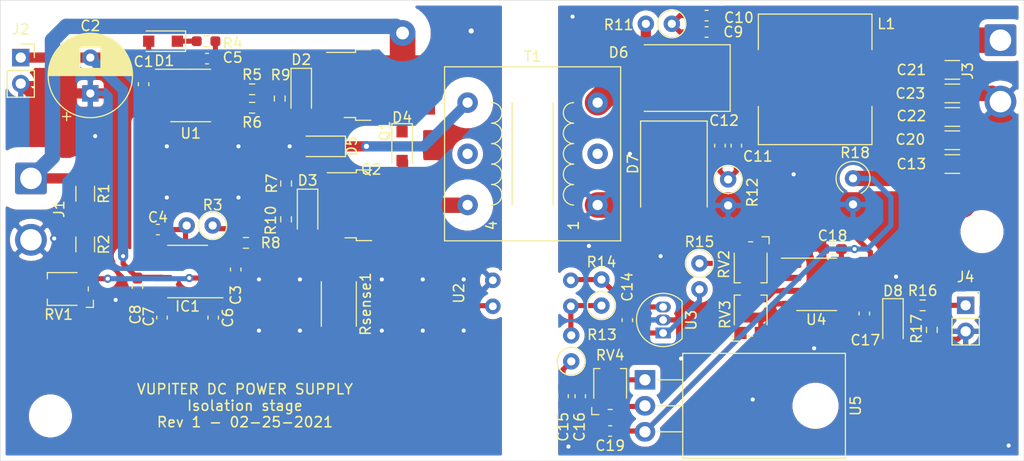
<source format=kicad_pcb>
(kicad_pcb (version 20171130) (host pcbnew 5.1.9-73d0e3b20d~88~ubuntu20.04.1)
  (layers (0 F.Cu signal) (31 B.Cu signal) (34 B.Paste user) (35 F.Paste user) (36 B.SilkS user) (37 F.SilkS user) (38 B.Mask user) (39 F.Mask user) (44 Edge.Cuts user))
  (net 0 "")
  (net 1 /gnd)
  (net 2 /vcc)
  (net 3 "Net-(C3-Pad1)")
  (net 4 "Net-(C4-Pad2)")
  (net 5 "Net-(C5-Pad2)")
  (net 6 "Net-(C5-Pad1)")
  (net 7 /FB)
  (net 8 "Net-(C7-Pad1)")
  (net 9 "Net-(C10-Pad2)")
  (net 10 "Net-(C10-Pad1)")
  (net 11 "Net-(C11-Pad1)")
  (net 12 /voutn)
  (net 13 /voutp)
  (net 14 "Net-(C14-Pad2)")
  (net 15 "Net-(C14-Pad1)")
  (net 16 "Net-(C15-Pad1)")
  (net 17 "Net-(C17-Pad2)")
  (net 18 "Net-(D1-Pad1)")
  (net 19 "Net-(D2-Pad2)")
  (net 20 "Net-(D2-Pad1)")
  (net 21 /cs)
  (net 22 "Net-(D3-Pad1)")
  (net 23 "Net-(D4-Pad2)")
  (net 24 /vin)
  (net 25 "Net-(D6-Pad2)")
  (net 26 /DRV)
  (net 27 "Net-(IC1-Pad4)")
  (net 28 /vfb)
  (net 29 "Net-(R1-Pad2)")
  (net 30 "Net-(R5-Pad1)")
  (net 31 "Net-(R7-Pad1)")
  (net 32 "Net-(R13-Pad2)")
  (net 33 "Net-(R15-Pad1)")
  (net 34 "Net-(RV1-Pad1)")
  (net 35 "Net-(RV2-Pad2)")
  (net 36 /buf_fb)
  (net 37 "Net-(RV3-Pad2)")
  (net 38 "Net-(RV4-Pad2)")
  (module MountingHole:MountingHole_3.2mm_M3 (layer F.Cu) (at 271.89 104.605)
    (fp_text reference REF** hide)
    (fp_text value MountingHole_3.2mm_M3)
    (pad 1 np_thru_hole circle (at 0 0) (size 3.2 3.2) (drill 3.2) (layers *.Cu *.Mask))
  )
  (module MountingHole:MountingHole_3.2mm_M3 (layer F.Cu) (at 180.89 122.605)
    (fp_text reference REF** hide)
    (fp_text value MountingHole_3.2mm_M3)
    (pad 1 np_thru_hole circle (at 0 0) (size 3.2 3.2) (drill 3.2) (layers *.Cu *.Mask))
  )
  (module Capacitor_SMD:C_1206_3216Metric_Pad1.33x1.80mm_HandSolder (layer F.Cu) (at 268.99 91.105)
    (fp_text reference C23 (at -4.1 0) (layer F.SilkS))
    (fp_text value 10u)
    (pad 2 smd roundrect (at 1.5625 0) (size 1.325 1.8) (layers F.Cu F.Paste F.Mask) (roundrect_rratio 0.1886784905660377) (net 12 /voutn))
    (pad 1 smd roundrect (at -1.5625 0) (size 1.325 1.8) (layers F.Cu F.Paste F.Mask) (roundrect_rratio 0.1886784905660377) (net 13 /voutp))
  )
  (module Capacitor_SMD:C_1206_3216Metric_Pad1.33x1.80mm_HandSolder (layer F.Cu) (at 268.99 93.405)
    (fp_text reference C22 (at -4 -0.1 180) (layer F.SilkS))
    (fp_text value 10u)
    (pad 2 smd roundrect (at 1.5625 0) (size 1.325 1.8) (layers F.Cu F.Paste F.Mask) (roundrect_rratio 0.1886784905660377) (net 12 /voutn))
    (pad 1 smd roundrect (at -1.5625 0) (size 1.325 1.8) (layers F.Cu F.Paste F.Mask) (roundrect_rratio 0.1886784905660377) (net 13 /voutp))
  )
  (module Capacitor_SMD:C_1206_3216Metric_Pad1.33x1.80mm_HandSolder (layer F.Cu) (at 268.99 88.805)
    (fp_text reference C21 (at -4 0) (layer F.SilkS))
    (fp_text value 10u)
    (pad 2 smd roundrect (at 1.5625 0) (size 1.325 1.8) (layers F.Cu F.Paste F.Mask) (roundrect_rratio 0.1886784905660377) (net 12 /voutn))
    (pad 1 smd roundrect (at -1.5625 0) (size 1.325 1.8) (layers F.Cu F.Paste F.Mask) (roundrect_rratio 0.1886784905660377) (net 13 /voutp))
  )
  (module Capacitor_SMD:C_1206_3216Metric_Pad1.33x1.80mm_HandSolder (layer F.Cu) (at 268.99 95.68)
    (fp_text reference C20 (at -4.1 -0.075) (layer F.SilkS))
    (fp_text value 10u)
    (pad 2 smd roundrect (at 1.5625 0) (size 1.325 1.8) (layers F.Cu F.Paste F.Mask) (roundrect_rratio 0.1886784905660377) (net 12 /voutn))
    (pad 1 smd roundrect (at -1.5625 0) (size 1.325 1.8) (layers F.Cu F.Paste F.Mask) (roundrect_rratio 0.1886784905660377) (net 13 /voutp))
  )
  (module Capacitor_SMD:C_1206_3216Metric_Pad1.33x1.80mm_HandSolder (layer F.Cu) (at 268.99 98.005)
    (fp_text reference C13 (at -4 0) (layer F.SilkS))
    (fp_text value 10u)
    (pad 2 smd roundrect (at 1.5625 0) (size 1.325 1.8) (layers F.Cu F.Paste F.Mask) (roundrect_rratio 0.1886784905660377) (net 12 /voutn))
    (pad 1 smd roundrect (at -1.5625 0) (size 1.325 1.8) (layers F.Cu F.Paste F.Mask) (roundrect_rratio 0.1886784905660377) (net 13 /voutp))
  )
  (module custom:CSV-E25-13-7-1S-6P-C (layer F.Cu) (at 227.99 97.005 270)
    (fp_text reference T1 (at -9.5 0 180) (layer F.SilkS))
    (fp_text value Transformer_1P_1S)
    (fp_text user 1 (at 7 -4 90) (layer F.SilkS))
    (fp_text user 4 (at 7 4 90) (layer F.SilkS))
    (pad 3 thru_hole circle (at 5 -6.35 270) (size 2 2) (drill 1) (layers *.Cu *.Mask) (net 12 /voutn))
    (pad 6 thru_hole circle (at 0 -6.35 270) (size 2 2) (drill 1) (layers *.Cu *.Mask))
    (pad 4 thru_hole circle (at -5 -6.35 270) (size 2 2) (drill 1) (layers *.Cu *.Mask) (net 25 "Net-(D6-Pad2)"))
    (pad 2 thru_hole circle (at 5 6.35 270) (size 2 2) (drill 1) (layers *.Cu *.Mask) (net 23 "Net-(D4-Pad2)"))
    (pad 1 thru_hole circle (at -5 6.35 270) (size 2 2) (drill 1) (layers *.Cu *.Mask) (net 19 "Net-(D2-Pad2)"))
    (pad 5 thru_hole circle (at 0 6.35 270) (size 2 2) (drill 1) (layers *.Cu *.Mask))
  )
  (module Resistor_THT:R_Axial_DIN0207_L6.3mm_D2.5mm_P2.54mm_Vertical (layer F.Cu) (at 247.09 99.505 270)
    (fp_text reference R12 (at 1.27 -2.37 90) (layer F.SilkS))
    (fp_text value 10R)
    (pad 2 thru_hole oval (at 2.54 0 270) (size 1.6 1.6) (drill 0.8) (layers *.Cu *.Mask) (net 12 /voutn))
    (pad 1 thru_hole circle (at 0 0 270) (size 1.6 1.6) (drill 0.8) (layers *.Cu *.Mask) (net 11 "Net-(C11-Pad1)"))
  )
  (module Resistor_THT:R_Axial_DIN0207_L6.3mm_D2.5mm_P2.54mm_Vertical (layer F.Cu) (at 241.59 84.305 180)
    (fp_text reference R11 (at 5.2 -0.1) (layer F.SilkS))
    (fp_text value 10R)
    (pad 2 thru_hole oval (at 2.54 0 180) (size 1.6 1.6) (drill 0.8) (layers *.Cu *.Mask) (net 25 "Net-(D6-Pad2)"))
    (pad 1 thru_hole circle (at 0 0 180) (size 1.6 1.6) (drill 0.8) (layers *.Cu *.Mask) (net 9 "Net-(C10-Pad2)"))
  )
  (module Package_TO_SOT_THT:TO-220-3_Horizontal_TabDown (layer F.Cu) (at 238.965 119.08 270)
    (fp_text reference U5 (at 2.54 -20.58 90) (layer F.SilkS))
    (fp_text value LM317_SOT-223)
    (pad 3 thru_hole oval (at 5.08 0 270) (size 1.905 2) (drill 1.1) (layers *.Cu *.Mask) (net 13 /voutp))
    (pad 2 thru_hole oval (at 2.54 0 270) (size 1.905 2) (drill 1.1) (layers *.Cu *.Mask) (net 16 "Net-(C15-Pad1)"))
    (pad 1 thru_hole rect (at 0 0 270) (size 1.905 2) (drill 1.1) (layers *.Cu *.Mask) (net 38 "Net-(RV4-Pad2)"))
    (pad "" np_thru_hole oval (at 2.54 -16.66 270) (size 3.5 3.5) (drill 3.5) (layers *.Cu *.Mask))
  )
  (module Package_SO:SOIC-8_3.9x4.9mm_P1.27mm (layer F.Cu) (at 255.74 109.755)
    (fp_text reference U4 (at -0.05 3.45) (layer F.SilkS))
    (fp_text value MC34072)
    (pad 8 smd roundrect (at 2.475 -1.905) (size 1.95 0.6) (layers F.Cu F.Paste F.Mask) (net 13 /voutp))
    (pad 7 smd roundrect (at 2.475 -0.635) (size 1.95 0.6) (layers F.Cu F.Paste F.Mask) (net 36 /buf_fb))
    (pad 6 smd roundrect (at 2.475 0.635) (size 1.95 0.6) (layers F.Cu F.Paste F.Mask) (net 36 /buf_fb))
    (pad 5 smd roundrect (at 2.475 1.905) (size 1.95 0.6) (layers F.Cu F.Paste F.Mask) (net 17 "Net-(C17-Pad2)"))
    (pad 4 smd roundrect (at -2.475 1.905) (size 1.95 0.6) (layers F.Cu F.Paste F.Mask) (net 12 /voutn))
    (pad 3 smd roundrect (at -2.475 0.635) (size 1.95 0.6) (layers F.Cu F.Paste F.Mask) (net 37 "Net-(RV3-Pad2)"))
    (pad 2 smd roundrect (at -2.475 -0.635) (size 1.95 0.6) (layers F.Cu F.Paste F.Mask) (net 35 "Net-(RV2-Pad2)"))
    (pad 1 smd roundrect (at -2.475 -1.905) (size 1.95 0.6) (layers F.Cu F.Paste F.Mask) (net 33 "Net-(R15-Pad1)"))
  )
  (module Package_TO_SOT_THT:TO-92_Inline (layer F.Cu) (at 240.74 114.505 90)
    (fp_text reference U3 (at 1.25 2.75 90) (layer F.SilkS))
    (fp_text value TL431LP)
    (pad 1 thru_hole rect (at 0 0 90) (size 1.05 1.5) (drill 0.75) (layers *.Cu *.Mask) (net 14 "Net-(C14-Pad2)"))
    (pad 3 thru_hole oval (at 2.54 0 90) (size 1.05 1.5) (drill 0.75) (layers *.Cu *.Mask) (net 15 "Net-(C14-Pad1)"))
    (pad 2 thru_hole oval (at 1.27 0 90) (size 1.05 1.5) (drill 0.75) (layers *.Cu *.Mask) (net 12 /voutn))
  )
  (module custom:ORPC-817C (layer F.Cu) (at 227.915 110.63 90)
    (fp_text reference U2 (at 0 -7.12 90) (layer F.SilkS))
    (fp_text value ORPC-817C)
    (pad 4 thru_hole circle (at -1.27 -3.81 90) (size 1.524 1.524) (drill 0.762) (layers *.Cu *.Mask) (net 7 /FB))
    (pad 3 thru_hole circle (at 1.27 -3.81 90) (size 1.524 1.524) (drill 0.762) (layers *.Cu *.Mask) (net 1 /gnd))
    (pad 2 thru_hole circle (at 1.27 3.81 90) (size 1.524 1.524) (drill 0.762) (layers *.Cu *.Mask) (net 15 "Net-(C14-Pad1)"))
    (pad 1 thru_hole circle (at -1.27 3.81 90) (size 1.524 1.524) (drill 0.762) (layers *.Cu *.Mask) (net 32 "Net-(R13-Pad2)"))
  )
  (module Package_SO:SOIC-8_3.9x4.9mm_P1.27mm (layer F.Cu) (at 194.59 91.305)
    (fp_text reference U1 (at 0 3.7) (layer F.SilkS))
    (fp_text value NCP5106)
    (pad 8 smd roundrect (at 2.475 -1.905) (size 1.95 0.6) (layers F.Cu F.Paste F.Mask) (net 6 "Net-(C5-Pad1)"))
    (pad 7 smd roundrect (at 2.475 -0.635) (size 1.95 0.6) (layers F.Cu F.Paste F.Mask) (net 30 "Net-(R5-Pad1)"))
    (pad 6 smd roundrect (at 2.475 0.635) (size 1.95 0.6) (layers F.Cu F.Paste F.Mask) (net 5 "Net-(C5-Pad2)"))
    (pad 5 smd roundrect (at 2.475 1.905) (size 1.95 0.6) (layers F.Cu F.Paste F.Mask) (net 31 "Net-(R7-Pad1)"))
    (pad 4 smd roundrect (at -2.475 1.905) (size 1.95 0.6) (layers F.Cu F.Paste F.Mask) (net 1 /gnd))
    (pad 3 smd roundrect (at -2.475 0.635) (size 1.95 0.6) (layers F.Cu F.Paste F.Mask) (net 26 /DRV))
    (pad 2 smd roundrect (at -2.475 -0.635) (size 1.95 0.6) (layers F.Cu F.Paste F.Mask) (net 26 /DRV))
    (pad 1 smd roundrect (at -2.475 -1.905) (size 1.95 0.6) (layers F.Cu F.Paste F.Mask) (net 2 /vcc))
  )
  (module Potentiometer_SMD:Potentiometer_Bourns_TC33X_Vertical (layer F.Cu) (at 235.565 119.88 90)
    (fp_text reference RV4 (at 3.2 0 180) (layer F.SilkS))
    (fp_text value 1k)
    (pad 2 smd rect (at 1.45 0 90) (size 1.5 1.6) (layers F.Cu F.Paste F.Mask) (net 38 "Net-(RV4-Pad2)"))
    (pad 3 smd rect (at -1.8 1 90) (size 1.2 1.2) (layers F.Cu F.Paste F.Mask) (net 16 "Net-(C15-Pad1)"))
    (pad 1 smd rect (at -1.8 -1 90) (size 1.2 1.2) (layers F.Cu F.Paste F.Mask) (net 12 /voutn))
  )
  (module Potentiometer_SMD:Potentiometer_Bourns_TC33X_Vertical (layer F.Cu) (at 249.29 112.705 90)
    (fp_text reference RV3 (at 0 -2.5 90) (layer F.SilkS))
    (fp_text value 2.4)
    (pad 2 smd rect (at 1.45 0 90) (size 1.5 1.6) (layers F.Cu F.Paste F.Mask) (net 37 "Net-(RV3-Pad2)"))
    (pad 3 smd rect (at -1.8 1 90) (size 1.2 1.2) (layers F.Cu F.Paste F.Mask) (net 12 /voutn))
    (pad 1 smd rect (at -1.8 -1 90) (size 1.2 1.2) (layers F.Cu F.Paste F.Mask) (net 13 /voutp))
  )
  (module Potentiometer_SMD:Potentiometer_Bourns_TC33X_Vertical (layer F.Cu) (at 249.29 107.705 270)
    (fp_text reference RV2 (at 0.1 2.6 90) (layer F.SilkS))
    (fp_text value 2.4)
    (pad 2 smd rect (at 1.45 0 270) (size 1.5 1.6) (layers F.Cu F.Paste F.Mask) (net 35 "Net-(RV2-Pad2)"))
    (pad 3 smd rect (at -1.8 1 270) (size 1.2 1.2) (layers F.Cu F.Paste F.Mask) (net 36 /buf_fb))
    (pad 1 smd rect (at -1.8 -1 270) (size 1.2 1.2) (layers F.Cu F.Paste F.Mask) (net 33 "Net-(R15-Pad1)"))
  )
  (module Potentiometer_SMD:Potentiometer_Bourns_TC33X_Vertical (layer F.Cu) (at 182.49 110.205 180)
    (fp_text reference RV1 (at 0.8 -2.5) (layer F.SilkS))
    (fp_text value 5k571)
    (pad 2 smd rect (at 1.45 0 180) (size 1.5 1.6) (layers F.Cu F.Paste F.Mask) (net 1 /gnd))
    (pad 3 smd rect (at -1.8 1 180) (size 1.2 1.2) (layers F.Cu F.Paste F.Mask) (net 3 "Net-(C3-Pad1)"))
    (pad 1 smd rect (at -1.8 -1 180) (size 1.2 1.2) (layers F.Cu F.Paste F.Mask) (net 34 "Net-(RV1-Pad1)"))
  )
  (module Resistor_SMD:R_2512_6332Metric_Pad1.40x3.35mm_HandSolder (layer F.Cu) (at 209.06 111.675 270)
    (fp_text reference Rsense1 (at 0 -2.62 90) (layer F.SilkS))
    (fp_text value "0.51 1W")
    (pad 2 smd roundrect (at 3.05 0 270) (size 1.4 3.35) (layers F.Cu F.Paste F.Mask) (roundrect_rratio 0.1785707142857143) (net 1 /gnd))
    (pad 1 smd roundrect (at -3.05 0 270) (size 1.4 3.35) (layers F.Cu F.Paste F.Mask) (roundrect_rratio 0.1785707142857143) (net 21 /cs))
  )
  (module Resistor_THT:R_Axial_DIN0309_L9.0mm_D3.2mm_P2.54mm_Vertical (layer F.Cu) (at 259.29 99.405 270)
    (fp_text reference R18 (at -2.5 -0.2 180) (layer F.SilkS))
    (fp_text value 15k)
    (pad 1 thru_hole circle (at 0 0 270) (size 1.6 1.6) (drill 0.8) (layers *.Cu *.Mask) (net 13 /voutp))
    (pad 2 thru_hole oval (at 2.54 0 270) (size 1.6 1.6) (drill 0.8) (layers *.Cu *.Mask) (net 12 /voutn))
  )
  (module Resistor_SMD:R_0603_1608Metric_Pad0.98x0.95mm_HandSolder (layer F.Cu) (at 266.99 114.205 90)
    (fp_text reference R17 (at 0.1 -1.5 90) (layer F.SilkS))
    (fp_text value 39k)
    (pad 2 smd roundrect (at 0.9125 0 90) (size 0.975 0.95) (layers F.Cu F.Paste F.Mask) (net 28 /vfb))
    (pad 1 smd roundrect (at -0.9125 0 90) (size 0.975 0.95) (layers F.Cu F.Paste F.Mask) (net 12 /voutn))
  )
  (module Resistor_SMD:R_0603_1608Metric_Pad0.98x0.95mm_HandSolder (layer F.Cu) (at 266.09 111.805)
    (fp_text reference R16 (at 0 -1.43) (layer F.SilkS))
    (fp_text value 39k)
    (pad 2 smd roundrect (at 0.9125 0) (size 0.975 0.95) (layers F.Cu F.Paste F.Mask) (net 28 /vfb))
    (pad 1 smd roundrect (at -0.9125 0) (size 0.975 0.95) (layers F.Cu F.Paste F.Mask) (net 17 "Net-(C17-Pad2)"))
  )
  (module Resistor_THT:R_Axial_DIN0207_L6.3mm_D2.5mm_P2.54mm_Vertical (layer F.Cu) (at 244.29 107.705 270)
    (fp_text reference R15 (at -2.1 0 180) (layer F.SilkS))
    (fp_text value 1k)
    (pad 2 thru_hole oval (at 2.54 0 270) (size 1.6 1.6) (drill 0.8) (layers *.Cu *.Mask) (net 14 "Net-(C14-Pad2)"))
    (pad 1 thru_hole circle (at 0 0 270) (size 1.6 1.6) (drill 0.8) (layers *.Cu *.Mask) (net 33 "Net-(R15-Pad1)"))
  )
  (module Resistor_THT:R_Axial_DIN0207_L6.3mm_D2.5mm_P2.54mm_Vertical (layer F.Cu) (at 234.715 111.83 90)
    (fp_text reference R14 (at 4.25 0 180) (layer F.SilkS))
    (fp_text value 1k)
    (pad 2 thru_hole oval (at 2.54 0 90) (size 1.6 1.6) (drill 0.8) (layers *.Cu *.Mask) (net 15 "Net-(C14-Pad1)"))
    (pad 1 thru_hole circle (at 0 0 90) (size 1.6 1.6) (drill 0.8) (layers *.Cu *.Mask) (net 32 "Net-(R13-Pad2)"))
  )
  (module Resistor_THT:R_Axial_DIN0207_L6.3mm_D2.5mm_P2.54mm_Vertical (layer F.Cu) (at 231.765 117.28 90)
    (fp_text reference R13 (at 2.6 3 180) (layer F.SilkS))
    (fp_text value 100)
    (pad 2 thru_hole oval (at 2.54 0 90) (size 1.6 1.6) (drill 0.8) (layers *.Cu *.Mask) (net 32 "Net-(R13-Pad2)"))
    (pad 1 thru_hole circle (at 0 0 90) (size 1.6 1.6) (drill 0.8) (layers *.Cu *.Mask) (net 16 "Net-(C15-Pad1)"))
  )
  (module Resistor_SMD:R_0603_1608Metric_Pad0.98x0.95mm_HandSolder (layer F.Cu) (at 203.91 103.405 270)
    (fp_text reference R10 (at 0.1 1.5 270) (layer F.SilkS))
    (fp_text value 39k)
    (pad 2 smd roundrect (at 0.9125 0 270) (size 0.975 0.95) (layers F.Cu F.Paste F.Mask) (net 21 /cs))
    (pad 1 smd roundrect (at -0.9125 0 270) (size 0.975 0.95) (layers F.Cu F.Paste F.Mask) (net 22 "Net-(D3-Pad1)"))
  )
  (module Resistor_SMD:R_0603_1608Metric_Pad0.98x0.95mm_HandSolder (layer F.Cu) (at 203.29 91.605 270)
    (fp_text reference R9 (at -2.3 -0.0875 180) (layer F.SilkS))
    (fp_text value 39k)
    (pad 2 smd roundrect (at 0.9125 0 270) (size 0.975 0.95) (layers F.Cu F.Paste F.Mask) (net 19 "Net-(D2-Pad2)") (clearance 0.1))
    (pad 1 smd roundrect (at -0.9125 0 270) (size 0.975 0.95) (layers F.Cu F.Paste F.Mask) (net 20 "Net-(D2-Pad1)"))
  )
  (module Resistor_SMD:R_0603_1608Metric_Pad0.98x0.95mm_HandSolder (layer F.Cu) (at 199.99 105.705)
    (fp_text reference R8 (at 2.4125 0) (layer F.SilkS))
    (fp_text value 16.9k)
    (pad 2 smd roundrect (at 0.9125 0) (size 0.975 0.95) (layers F.Cu F.Paste F.Mask) (net 1 /gnd))
    (pad 1 smd roundrect (at -0.9125 0) (size 0.975 0.95) (layers F.Cu F.Paste F.Mask) (net 27 "Net-(IC1-Pad4)"))
  )
  (module Resistor_SMD:R_0603_1608Metric_Pad0.98x0.95mm_HandSolder (layer F.Cu) (at 203.91 99.905 270)
    (fp_text reference R7 (at 0 1.4 90) (layer F.SilkS))
    (fp_text value 10)
    (pad 2 smd roundrect (at 0.9125 0 270) (size 0.975 0.95) (layers F.Cu F.Paste F.Mask) (net 22 "Net-(D3-Pad1)"))
    (pad 1 smd roundrect (at -0.9125 0 270) (size 0.975 0.95) (layers F.Cu F.Paste F.Mask) (net 31 "Net-(R7-Pad1)"))
  )
  (module Resistor_SMD:R_0603_1608Metric_Pad0.98x0.95mm_HandSolder (layer F.Cu) (at 200.59 92.505 180)
    (fp_text reference R6 (at 0 -1.43) (layer F.SilkS))
    (fp_text value 10)
    (pad 2 smd roundrect (at 0.9125 0 180) (size 0.975 0.95) (layers F.Cu F.Paste F.Mask) (net 5 "Net-(C5-Pad2)"))
    (pad 1 smd roundrect (at -0.9125 0 180) (size 0.975 0.95) (layers F.Cu F.Paste F.Mask) (net 19 "Net-(D2-Pad2)"))
  )
  (module Resistor_SMD:R_0603_1608Metric_Pad0.98x0.95mm_HandSolder (layer F.Cu) (at 200.59 90.705)
    (fp_text reference R5 (at 0 -1.43) (layer F.SilkS))
    (fp_text value 10)
    (pad 2 smd roundrect (at 0.9125 0) (size 0.975 0.95) (layers F.Cu F.Paste F.Mask) (net 20 "Net-(D2-Pad1)"))
    (pad 1 smd roundrect (at -0.9125 0) (size 0.975 0.95) (layers F.Cu F.Paste F.Mask) (net 30 "Net-(R5-Pad1)"))
  )
  (module Resistor_SMD:R_0603_1608Metric_Pad0.98x0.95mm_HandSolder (layer F.Cu) (at 196.09 86.005 180)
    (fp_text reference R4 (at -2.6 -0.2) (layer F.SilkS))
    (fp_text value 10)
    (pad 2 smd roundrect (at 0.9125 0 180) (size 0.975 0.95) (layers F.Cu F.Paste F.Mask) (net 18 "Net-(D1-Pad1)"))
    (pad 1 smd roundrect (at -0.9125 0 180) (size 0.975 0.95) (layers F.Cu F.Paste F.Mask) (net 6 "Net-(C5-Pad1)"))
  )
  (module Resistor_THT:R_Axial_DIN0207_L6.3mm_D2.5mm_P2.54mm_Vertical (layer F.Cu) (at 196.74 104.005 180)
    (fp_text reference R3 (at 0 2) (layer F.SilkS))
    (fp_text value 1k)
    (pad 2 thru_hole oval (at 2.54 0 180) (size 1.6 1.6) (drill 0.8) (layers *.Cu *.Mask) (net 4 "Net-(C4-Pad2)"))
    (pad 1 thru_hole circle (at 0 0 180) (size 1.6 1.6) (drill 0.8) (layers *.Cu *.Mask) (net 21 /cs))
  )
  (module Resistor_SMD:R_1206_3216Metric_Pad1.30x1.75mm_HandSolder (layer F.Cu) (at 184.29 105.855 270)
    (fp_text reference R2 (at 0 -1.82 90) (layer F.SilkS))
    (fp_text value 1Meg)
    (pad 2 smd roundrect (at 1.55 0 270) (size 1.3 1.75) (layers F.Cu F.Paste F.Mask) (roundrect_rratio 0.1923076923076923) (net 3 "Net-(C3-Pad1)"))
    (pad 1 smd roundrect (at -1.55 0 270) (size 1.3 1.75) (layers F.Cu F.Paste F.Mask) (roundrect_rratio 0.1923076923076923) (net 29 "Net-(R1-Pad2)"))
  )
  (module Resistor_SMD:R_1206_3216Metric_Pad1.30x1.75mm_HandSolder (layer F.Cu) (at 184.29 100.905 270)
    (fp_text reference R1 (at 0 -1.82 90) (layer F.SilkS))
    (fp_text value 1Meg)
    (pad 2 smd roundrect (at 1.55 0 270) (size 1.3 1.75) (layers F.Cu F.Paste F.Mask) (roundrect_rratio 0.1923076923076923) (net 29 "Net-(R1-Pad2)"))
    (pad 1 smd roundrect (at -1.55 0 270) (size 1.3 1.75) (layers F.Cu F.Paste F.Mask) (roundrect_rratio 0.1923076923076923) (net 24 /vin))
  )
  (module Package_TO_SOT_SMD:TO-252-2 (layer F.Cu) (at 213.235 102.03)
    (fp_text reference Q2 (at -1 -3.5) (layer F.SilkS))
    (fp_text value TSD5N50MR)
    (pad 2 smd rect (at 2.1 0) (size 6.4 5.8) (layers F.Cu F.Mask) (net 23 "Net-(D4-Pad2)"))
    (pad 3 smd rect (at -4.2 2.28) (size 2.2 1.2) (layers F.Cu F.Paste F.Mask) (net 21 /cs))
    (pad 1 smd rect (at -4.2 -2.28) (size 2.2 1.2) (layers F.Cu F.Paste F.Mask) (net 22 "Net-(D3-Pad1)"))
  )
  (module Package_TO_SOT_SMD:TO-252-2 (layer F.Cu) (at 213.165 90.28)
    (fp_text reference Q1 (at 0.4 4.5 270) (layer F.SilkS))
    (fp_text value TSD5N50MR)
    (pad 2 smd rect (at 2.1 0) (size 6.4 5.8) (layers F.Cu F.Mask) (net 24 /vin))
    (pad 3 smd rect (at -4.2 2.28) (size 2.2 1.2) (layers F.Cu F.Paste F.Mask) (net 19 "Net-(D2-Pad2)"))
    (pad 1 smd rect (at -4.2 -2.28) (size 2.2 1.2) (layers F.Cu F.Paste F.Mask) (net 20 "Net-(D2-Pad1)"))
  )
  (module custom:TMPC1265HP-470MG-D (layer F.Cu) (at 255.59 89.605 180)
    (fp_text reference L1 (at -6.95 5.3) (layer F.SilkS))
    (fp_text value 47u)
    (pad 2 smd rect (at 5.55 0 180) (size 3.1 5) (layers F.Cu F.Paste F.Mask) (net 10 "Net-(C10-Pad1)"))
    (pad 1 smd rect (at -5.55 0 180) (size 3.1 5) (layers F.Cu F.Paste F.Mask) (net 13 /voutp))
  )
  (module Connector_PinSocket_2.54mm:PinSocket_1x02_P2.54mm_Vertical (layer F.Cu) (at 270.29 111.805)
    (fp_text reference J4 (at 0 -2.77) (layer F.SilkS))
    (fp_text value Conn_01x02)
    (pad 2 thru_hole oval (at 0 2.54) (size 1.7 1.7) (drill 1) (layers *.Cu *.Mask) (net 12 /voutn))
    (pad 1 thru_hole rect (at 0 0) (size 1.7 1.7) (drill 1) (layers *.Cu *.Mask) (net 28 /vfb))
  )
  (module Connector_Wire:SolderWire-1.5sqmm_1x02_P6mm_D1.7mm_OD3mm (layer F.Cu) (at 273.69 85.905 270)
    (fp_text reference J3 (at 3 3.2 270) (layer F.SilkS))
    (fp_text value Conn_01x02)
    (pad 2 thru_hole circle (at 6 0 270) (size 3.1 3.1) (drill 2.1) (layers *.Cu *.Mask) (net 12 /voutn))
    (pad 1 thru_hole roundrect (at 0 0 270) (size 3.1 3.1) (drill 2.1) (layers *.Cu *.Mask) (roundrect_rratio 0.08064483870967742) (net 13 /voutp))
  )
  (module Connector_PinSocket_2.54mm:PinSocket_1x02_P2.54mm_Vertical (layer F.Cu) (at 177.99 87.605)
    (fp_text reference J2 (at 0 -2.77) (layer F.SilkS))
    (fp_text value Conn_01x02)
    (pad 2 thru_hole oval (at 0 2.54) (size 1.7 1.7) (drill 1) (layers *.Cu *.Mask) (net 1 /gnd))
    (pad 1 thru_hole rect (at 0 0) (size 1.7 1.7) (drill 1) (layers *.Cu *.Mask) (net 2 /vcc))
  )
  (module Connector_Wire:SolderWire-1.5sqmm_1x02_P6mm_D1.7mm_OD3mm (layer F.Cu) (at 178.99 99.405 270)
    (fp_text reference J1 (at 3 -2.75 90) (layer F.SilkS))
    (fp_text value Conn_01x02)
    (pad 2 thru_hole circle (at 6 0 270) (size 3.1 3.1) (drill 2.1) (layers *.Cu *.Mask) (net 1 /gnd))
    (pad 1 thru_hole roundrect (at 0 0 270) (size 3.1 3.1) (drill 2.1) (layers *.Cu *.Mask) (roundrect_rratio 0.08064483870967742) (net 24 /vin))
  )
  (module Package_SO:SOIC-8_3.9x4.9mm_P1.27mm (layer F.Cu) (at 194.29 108.505 180)
    (fp_text reference IC1 (at 0 -3.4) (layer F.SilkS))
    (fp_text value NCP1252ADR2G)
    (pad 8 smd roundrect (at 2.475 -1.905 180) (size 1.95 0.6) (layers F.Cu F.Paste F.Mask) (net 8 "Net-(C7-Pad1)"))
    (pad 7 smd roundrect (at 2.475 -0.635 180) (size 1.95 0.6) (layers F.Cu F.Paste F.Mask) (net 2 /vcc))
    (pad 6 smd roundrect (at 2.475 0.635 180) (size 1.95 0.6) (layers F.Cu F.Paste F.Mask) (net 26 /DRV))
    (pad 5 smd roundrect (at 2.475 1.905 180) (size 1.95 0.6) (layers F.Cu F.Paste F.Mask) (net 1 /gnd))
    (pad 4 smd roundrect (at -2.475 1.905 180) (size 1.95 0.6) (layers F.Cu F.Paste F.Mask) (net 27 "Net-(IC1-Pad4)"))
    (pad 3 smd roundrect (at -2.475 0.635 180) (size 1.95 0.6) (layers F.Cu F.Paste F.Mask) (net 4 "Net-(C4-Pad2)"))
    (pad 2 smd roundrect (at -2.475 -0.635 180) (size 1.95 0.6) (layers F.Cu F.Paste F.Mask) (net 3 "Net-(C3-Pad1)"))
    (pad 1 smd roundrect (at -2.475 -1.905 180) (size 1.95 0.6) (layers F.Cu F.Paste F.Mask) (net 7 /FB))
  )
  (module Diode_SMD:D_SOD-123 (layer F.Cu) (at 263.19 113.405 270)
    (fp_text reference D8 (at -3 0 180) (layer F.SilkS))
    (fp_text value 30v)
    (pad 2 smd rect (at 1.65 0 270) (size 0.9 1.2) (layers F.Cu F.Paste F.Mask) (net 12 /voutn))
    (pad 1 smd rect (at -1.65 0 270) (size 0.9 1.2) (layers F.Cu F.Paste F.Mask) (net 17 "Net-(C17-Pad2)"))
  )
  (module Diode_SMD:D_SMC (layer F.Cu) (at 241.79 98.605 270)
    (fp_text reference D7 (at -0.6 4 90) (layer F.SilkS))
    (fp_text value D)
    (pad 2 smd rect (at 3.4 0) (size 3.3 2.5) (layers F.Cu F.Paste F.Mask) (net 12 /voutn))
    (pad 1 smd rect (at -3.4 0) (size 3.3 2.5) (layers F.Cu F.Paste F.Mask) (net 10 "Net-(C10-Pad1)"))
  )
  (module Diode_SMD:D_SMC (layer F.Cu) (at 242.49 89.605 180)
    (fp_text reference D6 (at 6.1 2.5) (layer F.SilkS))
    (fp_text value D)
    (pad 2 smd rect (at 3.4 0 270) (size 3.3 2.5) (layers F.Cu F.Paste F.Mask) (net 25 "Net-(D6-Pad2)"))
    (pad 1 smd rect (at -3.4 0 270) (size 3.3 2.5) (layers F.Cu F.Paste F.Mask) (net 10 "Net-(C10-Pad1)"))
  )
  (module Diode_SMD:D_SOD-123F (layer F.Cu) (at 207.51 96.275 180)
    (fp_text reference D5 (at -2.8 0 270) (layer F.SilkS))
    (fp_text value 1N4007W)
    (pad 2 smd rect (at 1.4 0 180) (size 1.1 1.1) (layers F.Cu F.Paste F.Mask) (net 1 /gnd))
    (pad 1 smd rect (at -1.4 0 180) (size 1.1 1.1) (layers F.Cu F.Paste F.Mask) (net 19 "Net-(D2-Pad2)"))
  )
  (module Diode_SMD:D_SOD-123F (layer F.Cu) (at 215.24 96.255 270)
    (fp_text reference D4 (at -2.8 0 180) (layer F.SilkS))
    (fp_text value 1N4007W)
    (pad 2 smd rect (at 1.4 0 270) (size 1.1 1.1) (layers F.Cu F.Paste F.Mask) (net 23 "Net-(D4-Pad2)"))
    (pad 1 smd rect (at -1.4 0 270) (size 1.1 1.1) (layers F.Cu F.Paste F.Mask) (net 24 /vin))
  )
  (module Diode_SMD:D_SOD-123 (layer F.Cu) (at 206.01 102.705 270)
    (fp_text reference D3 (at -3.1 0 180) (layer F.SilkS))
    (fp_text value 20v)
    (pad 2 smd rect (at 1.65 0 270) (size 0.9 1.2) (layers F.Cu F.Paste F.Mask) (net 21 /cs))
    (pad 1 smd rect (at -1.65 0 270) (size 0.9 1.2) (layers F.Cu F.Paste F.Mask) (net 22 "Net-(D3-Pad1)"))
  )
  (module Diode_SMD:D_SOD-123 (layer F.Cu) (at 205.39 90.905 270)
    (fp_text reference D2 (at -3.1 0 180) (layer F.SilkS))
    (fp_text value 20v)
    (pad 2 smd rect (at 1.65 0 270) (size 0.9 1.2) (layers F.Cu F.Paste F.Mask) (net 19 "Net-(D2-Pad2)"))
    (pad 1 smd rect (at -1.65 0 270) (size 0.9 1.2) (layers F.Cu F.Paste F.Mask) (net 20 "Net-(D2-Pad1)"))
  )
  (module Diode_SMD:D_SOD-123F (layer F.Cu) (at 191.89 86.005 180)
    (fp_text reference D1 (at -0.127 -1.905) (layer F.SilkS))
    (fp_text value 1N4007W)
    (pad 2 smd rect (at 1.4 0 180) (size 1.1 1.1) (layers F.Cu F.Paste F.Mask) (net 2 /vcc))
    (pad 1 smd rect (at -1.4 0 180) (size 1.1 1.1) (layers F.Cu F.Paste F.Mask) (net 18 "Net-(D1-Pad1)"))
  )
  (module Capacitor_SMD:C_0603_1608Metric_Pad1.08x0.95mm_HandSolder (layer F.Cu) (at 235.565 124.08 180)
    (fp_text reference C19 (at 0 -1.43) (layer F.SilkS))
    (fp_text value 100n)
    (pad 2 smd roundrect (at 0.8625 0 180) (size 1.075 0.95) (layers F.Cu F.Paste F.Mask) (net 12 /voutn))
    (pad 1 smd roundrect (at -0.8625 0 180) (size 1.075 0.95) (layers F.Cu F.Paste F.Mask) (net 13 /voutp))
  )
  (module Capacitor_SMD:C_0603_1608Metric_Pad1.08x0.95mm_HandSolder (layer F.Cu) (at 257.29 106.305 180)
    (fp_text reference C18 (at 0 1.3) (layer F.SilkS))
    (fp_text value 100n)
    (pad 2 smd roundrect (at 0.8625 0 180) (size 1.075 0.95) (layers F.Cu F.Paste F.Mask) (net 12 /voutn))
    (pad 1 smd roundrect (at -0.8625 0 180) (size 1.075 0.95) (layers F.Cu F.Paste F.Mask) (net 13 /voutp))
  )
  (module Capacitor_SMD:C_0603_1608Metric_Pad1.08x0.95mm_HandSolder (layer F.Cu) (at 260.39 112.605 90)
    (fp_text reference C17 (at -2.6 0.1 180) (layer F.SilkS))
    (fp_text value 100n)
    (pad 2 smd roundrect (at 0.8625 0 90) (size 1.075 0.95) (layers F.Cu F.Paste F.Mask) (net 17 "Net-(C17-Pad2)"))
    (pad 1 smd roundrect (at -0.8625 0 90) (size 1.075 0.95) (layers F.Cu F.Paste F.Mask) (net 12 /voutn))
  )
  (module Capacitor_SMD:C_0603_1608Metric_Pad1.08x0.95mm_HandSolder (layer F.Cu) (at 232.645 120.68 270)
    (fp_text reference C16 (at 3 0.08 90) (layer F.SilkS))
    (fp_text value 470n)
    (pad 2 smd roundrect (at 0.8625 0 270) (size 1.075 0.95) (layers F.Cu F.Paste F.Mask) (net 12 /voutn))
    (pad 1 smd roundrect (at -0.8625 0 270) (size 1.075 0.95) (layers F.Cu F.Paste F.Mask) (net 16 "Net-(C15-Pad1)"))
  )
  (module Capacitor_SMD:C_0603_1608Metric_Pad1.08x0.95mm_HandSolder (layer F.Cu) (at 230.965 120.68 270)
    (fp_text reference C15 (at 3 0 90) (layer F.SilkS))
    (fp_text value 470n)
    (pad 2 smd roundrect (at 0.8625 0 270) (size 1.075 0.95) (layers F.Cu F.Paste F.Mask) (net 12 /voutn))
    (pad 1 smd roundrect (at -0.8625 0 270) (size 1.075 0.95) (layers F.Cu F.Paste F.Mask) (net 16 "Net-(C15-Pad1)"))
  )
  (module Capacitor_SMD:C_0603_1608Metric_Pad1.08x0.95mm_HandSolder (layer F.Cu) (at 237.24 113.255 270)
    (fp_text reference C14 (at -3.25 0 90) (layer F.SilkS))
    (fp_text value 100n)
    (pad 2 smd roundrect (at 0.8625 0 270) (size 1.075 0.95) (layers F.Cu F.Paste F.Mask) (net 14 "Net-(C14-Pad2)"))
    (pad 1 smd roundrect (at -0.8625 0 270) (size 1.075 0.95) (layers F.Cu F.Paste F.Mask) (net 15 "Net-(C14-Pad1)"))
  )
  (module Capacitor_SMD:C_0603_1608Metric_Pad1.08x0.95mm_HandSolder (layer F.Cu) (at 246.29 96.205 90)
    (fp_text reference C12 (at 2.45 0.4 180) (layer F.SilkS))
    (fp_text value 1n)
    (pad 2 smd roundrect (at 0.8625 0 90) (size 1.075 0.95) (layers F.Cu F.Paste F.Mask) (net 10 "Net-(C10-Pad1)"))
    (pad 1 smd roundrect (at -0.8625 0 90) (size 1.075 0.95) (layers F.Cu F.Paste F.Mask) (net 11 "Net-(C11-Pad1)"))
  )
  (module Capacitor_SMD:C_0603_1608Metric_Pad1.08x0.95mm_HandSolder (layer F.Cu) (at 247.89 96.205 90)
    (fp_text reference C11 (at -1.05 2.1 180) (layer F.SilkS))
    (fp_text value 1n)
    (pad 2 smd roundrect (at 0.8625 0 90) (size 1.075 0.95) (layers F.Cu F.Paste F.Mask) (net 10 "Net-(C10-Pad1)"))
    (pad 1 smd roundrect (at -0.8625 0 90) (size 1.075 0.95) (layers F.Cu F.Paste F.Mask) (net 11 "Net-(C11-Pad1)"))
  )
  (module Capacitor_SMD:C_0603_1608Metric_Pad1.08x0.95mm_HandSolder (layer F.Cu) (at 244.99 83.505 180)
    (fp_text reference C10 (at -3.15 -0.2) (layer F.SilkS))
    (fp_text value 1n)
    (pad 2 smd roundrect (at 0.8625 0 180) (size 1.075 0.95) (layers F.Cu F.Paste F.Mask) (net 9 "Net-(C10-Pad2)"))
    (pad 1 smd roundrect (at -0.8625 0 180) (size 1.075 0.95) (layers F.Cu F.Paste F.Mask) (net 10 "Net-(C10-Pad1)"))
  )
  (module Capacitor_SMD:C_0603_1608Metric_Pad1.08x0.95mm_HandSolder (layer F.Cu) (at 244.99 85.105 180)
    (fp_text reference C9 (at -2.6 0) (layer F.SilkS))
    (fp_text value 1n)
    (pad 2 smd roundrect (at 0.8625 0 180) (size 1.075 0.95) (layers F.Cu F.Paste F.Mask) (net 9 "Net-(C10-Pad2)"))
    (pad 1 smd roundrect (at -0.8625 0 180) (size 1.075 0.95) (layers F.Cu F.Paste F.Mask) (net 10 "Net-(C10-Pad1)"))
  )
  (module Capacitor_SMD:C_0603_1608Metric_Pad1.08x0.95mm_HandSolder (layer F.Cu) (at 189.39 110.005 90)
    (fp_text reference C8 (at -2.7 -0.2 270) (layer F.SilkS))
    (fp_text value 100n)
    (pad 2 smd roundrect (at 0.8625 0 90) (size 1.075 0.95) (layers F.Cu F.Paste F.Mask) (net 2 /vcc))
    (pad 1 smd roundrect (at -0.8625 0 90) (size 1.075 0.95) (layers F.Cu F.Paste F.Mask) (net 1 /gnd))
  )
  (module Capacitor_SMD:C_0603_1608Metric_Pad1.08x0.95mm_HandSolder (layer F.Cu) (at 191.79 113.005 270)
    (fp_text reference C7 (at -0.1 1.3 90) (layer F.SilkS))
    (fp_text value 100n)
    (pad 2 smd roundrect (at 0.8625 0 270) (size 1.075 0.95) (layers F.Cu F.Paste F.Mask) (net 1 /gnd))
    (pad 1 smd roundrect (at -0.8625 0 270) (size 1.075 0.95) (layers F.Cu F.Paste F.Mask) (net 8 "Net-(C7-Pad1)"))
  )
  (module Capacitor_SMD:C_0603_1608Metric_Pad1.08x0.95mm_HandSolder (layer F.Cu) (at 196.79 113.005 270)
    (fp_text reference C6 (at 0 -1.43 90) (layer F.SilkS))
    (fp_text value 1n)
    (pad 2 smd roundrect (at 0.8625 0 270) (size 1.075 0.95) (layers F.Cu F.Paste F.Mask) (net 1 /gnd))
    (pad 1 smd roundrect (at -0.8625 0 270) (size 1.075 0.95) (layers F.Cu F.Paste F.Mask) (net 7 /FB))
  )
  (module Capacitor_SMD:C_0603_1608Metric_Pad1.08x0.95mm_HandSolder (layer F.Cu) (at 196.19 87.705 180)
    (fp_text reference C5 (at -2.5 0.1) (layer F.SilkS))
    (fp_text value 100n)
    (pad 2 smd roundrect (at 0.8625 0 180) (size 1.075 0.95) (layers F.Cu F.Paste F.Mask) (net 5 "Net-(C5-Pad2)"))
    (pad 1 smd roundrect (at -0.8625 0 180) (size 1.075 0.95) (layers F.Cu F.Paste F.Mask) (net 6 "Net-(C5-Pad1)"))
  )
  (module Capacitor_SMD:C_0603_1608Metric_Pad1.08x0.95mm_HandSolder (layer F.Cu) (at 191.39 104.405)
    (fp_text reference C4 (at 0 -1.2) (layer F.SilkS))
    (fp_text value 47n)
    (pad 2 smd roundrect (at 0.8625 0) (size 1.075 0.95) (layers F.Cu F.Paste F.Mask) (net 4 "Net-(C4-Pad2)"))
    (pad 1 smd roundrect (at -0.8625 0) (size 1.075 0.95) (layers F.Cu F.Paste F.Mask) (net 1 /gnd))
  )
  (module Capacitor_SMD:C_0603_1608Metric_Pad1.08x0.95mm_HandSolder (layer F.Cu) (at 198.99 108.305 90)
    (fp_text reference C3 (at -2.5 0 90) (layer F.SilkS))
    (fp_text value 1n)
    (pad 2 smd roundrect (at 0.8625 0 90) (size 1.075 0.95) (layers F.Cu F.Paste F.Mask) (net 1 /gnd))
    (pad 1 smd roundrect (at -0.8625 0 90) (size 1.075 0.95) (layers F.Cu F.Paste F.Mask) (net 3 "Net-(C3-Pad1)"))
  )
  (module Capacitor_THT:CP_Radial_D8.0mm_P3.50mm (layer F.Cu) (at 184.79 91.105 90)
    (fp_text reference C2 (at 6.6 0 180) (layer F.SilkS))
    (fp_text value 4.7u)
    (pad 2 thru_hole circle (at 3.5 0 90) (size 1.6 1.6) (drill 0.8) (layers *.Cu *.Mask) (net 2 /vcc))
    (pad 1 thru_hole rect (at 0 0 90) (size 1.6 1.6) (drill 0.8) (layers *.Cu *.Mask) (net 1 /gnd))
  )
  (module Capacitor_SMD:C_0603_1608Metric_Pad1.08x0.95mm_HandSolder (layer F.Cu) (at 189.99 90.205 270)
    (fp_text reference C1 (at -2.2 0 180) (layer F.SilkS))
    (fp_text value 100n)
    (pad 2 smd roundrect (at 0.8625 0 270) (size 1.075 0.95) (layers F.Cu F.Paste F.Mask) (net 1 /gnd))
    (pad 1 smd roundrect (at -0.8625 0 270) (size 1.075 0.95) (layers F.Cu F.Paste F.Mask) (net 2 /vcc))
  )
  (gr_text "VUPITER DC POWER SUPPLY\nIsolation stage\nRev 1 - 02-25-2021" (at 199.89 121.605) (layer F.SilkS) (effects (font (size 1 1))))
  (gr_line (start 175.99 82.005) (end 175.99 127.005) (layer Edge.Cuts) (width 0.05))
  (gr_line (start 275.99 82.005) (end 175.99 82.005) (layer Edge.Cuts) (width 0.05))
  (gr_line (start 275.99 127.005) (end 275.99 82.005) (layer Edge.Cuts) (width 0.05))
  (gr_line (start 175.99 127.005) (end 275.99 127.005) (layer Edge.Cuts) (width 0.05))
  (segment (start 190.5275 105.3125) (end 191.815 106.6) (width 0.5) (layer F.Cu) (net 1))
  (segment (start 190.5275 104.405) (end 190.5275 105.3125) (width 0.5) (layer F.Cu) (net 1))
  (segment (start 178.95 91.105) (end 177.99 90.145) (width 1) (layer F.Cu) (net 1))
  (segment (start 184.79 91.105) (end 178.95 91.105) (width 1) (layer F.Cu) (net 1))
  (segment (start 189.9525 91.105) (end 189.99 91.0675) (width 1) (layer F.Cu) (net 1))
  (segment (start 184.79 91.105) (end 189.9525 91.105) (width 1) (layer F.Cu) (net 1))
  (via (at 204.26 96.275) (size 0.8) (drill 0.4) (layers F.Cu B.Cu) (net 1))
  (via (at 199.26 96.275) (size 0.8) (drill 0.4) (layers F.Cu B.Cu) (net 1))
  (via (at 192.26 96.275) (size 0.8) (drill 0.4) (layers F.Cu B.Cu) (net 1))
  (via (at 192.26 101.275) (size 0.8) (drill 0.4) (layers F.Cu B.Cu) (net 1))
  (via (at 199.26 101.275) (size 0.8) (drill 0.4) (layers F.Cu B.Cu) (net 1))
  (via (at 201.26 109.275) (size 0.8) (drill 0.4) (layers F.Cu B.Cu) (net 1))
  (via (at 201.26 114.275) (size 0.8) (drill 0.4) (layers F.Cu B.Cu) (net 1))
  (via (at 205.26 114.275) (size 0.8) (drill 0.4) (layers F.Cu B.Cu) (net 1))
  (via (at 205.26 109.275) (size 0.8) (drill 0.4) (layers F.Cu B.Cu) (net 1))
  (via (at 213.26 109.275) (size 0.8) (drill 0.4) (layers F.Cu B.Cu) (net 1))
  (via (at 213.26 114.275) (size 0.8) (drill 0.4) (layers F.Cu B.Cu) (net 1))
  (via (at 217.26 114.275) (size 0.8) (drill 0.4) (layers F.Cu B.Cu) (net 1))
  (via (at 217.26 109.275) (size 0.8) (drill 0.4) (layers F.Cu B.Cu) (net 1))
  (via (at 221.26 109.275) (size 0.8) (drill 0.4) (layers F.Cu B.Cu) (net 1))
  (via (at 221.26 114.275) (size 0.8) (drill 0.4) (layers F.Cu B.Cu) (net 1))
  (via (at 185.26 95.275) (size 0.8) (drill 0.4) (layers F.Cu B.Cu) (net 1))
  (via (at 181.26 105.275) (size 0.8) (drill 0.4) (layers F.Cu B.Cu) (net 1))
  (via (at 187.26 111.275) (size 0.8) (drill 0.4) (layers F.Cu B.Cu) (net 1))
  (via (at 221.99 85.005) (size 1) (drill 0.5) (layers F.Cu B.Cu) (net 1))
  (segment (start 190.49 87.775) (end 192.115 89.4) (width 0.5) (layer F.Cu) (net 2))
  (segment (start 190.49 86.005) (end 190.49 87.775) (width 0.5) (layer F.Cu) (net 2))
  (segment (start 192.11 89.405) (end 192.115 89.4) (width 0.5) (layer F.Cu) (net 2))
  (segment (start 189.8525 89.405) (end 192.11 89.405) (width 0.5) (layer F.Cu) (net 2))
  (segment (start 190.39 86.105) (end 190.49 86.005) (width 0.5) (layer F.Cu) (net 2))
  (segment (start 191.7425 109.0675) (end 191.815 109.14) (width 0.5) (layer F.Cu) (net 2))
  (segment (start 189.49 109.0675) (end 191.7425 109.0675) (width 0.5) (layer F.Cu) (net 2))
  (segment (start 184.79 87.605) (end 177.99 87.605) (width 1) (layer F.Cu) (net 2))
  (segment (start 188.2525 87.605) (end 189.99 89.3425) (width 1) (layer F.Cu) (net 2))
  (segment (start 184.79 87.605) (end 188.2525 87.605) (width 1) (layer F.Cu) (net 2))
  (segment (start 184.79 87.605) (end 187.99 90.805) (width 1) (layer B.Cu) (net 2))
  (segment (start 187.99 90.805) (end 187.99 107.005) (width 1) (layer B.Cu) (net 2))
  (segment (start 187.99 107.005) (end 187.99 107.005) (width 1) (layer B.Cu) (net 2))
  (via (at 187.99 107.005) (size 0.8) (drill 0.4) (layers F.Cu B.Cu) (net 2))
  (segment (start 187.99 107.7425) (end 189.39 109.1425) (width 0.5) (layer F.Cu) (net 2))
  (segment (start 187.99 107.005) (end 187.99 107.7425) (width 0.5) (layer F.Cu) (net 2))
  (segment (start 184.29 107.305) (end 184.29 109.105) (width 0.5) (layer F.Cu) (net 3))
  (segment (start 184.325 107.27) (end 184.29 107.305) (width 0.5) (layer F.Cu) (net 3))
  (segment (start 198.9625 109.14) (end 198.99 109.1675) (width 0.5) (layer F.Cu) (net 3))
  (segment (start 196.765 109.14) (end 198.9625 109.14) (width 0.5) (layer F.Cu) (net 3))
  (segment (start 196.765 109.14) (end 194.455 109.14) (width 0.5) (layer F.Cu) (net 3))
  (segment (start 184.29 109.205) (end 186.49 109.205) (width 0.5) (layer F.Cu) (net 3))
  (segment (start 186.49 109.205) (end 186.49 109.205) (width 0.5) (layer F.Cu) (net 3))
  (via (at 186.49 109.205) (size 0.8) (drill 0.4) (layers F.Cu B.Cu) (net 3))
  (segment (start 194.455 109.14) (end 194.355 109.14) (width 0.5) (layer F.Cu) (net 3))
  (via (at 194.455 109.14) (size 0.8) (drill 0.4) (layers F.Cu B.Cu) (net 3))
  (segment (start 194.39 109.205) (end 194.455 109.14) (width 0.5) (layer B.Cu) (net 3))
  (segment (start 186.49 109.205) (end 194.39 109.205) (width 0.5) (layer B.Cu) (net 3))
  (segment (start 194.09 104.405) (end 194.09 106.805) (width 0.5) (layer F.Cu) (net 4))
  (segment (start 195.155 107.87) (end 196.765 107.87) (width 0.5) (layer F.Cu) (net 4))
  (segment (start 194.09 106.805) (end 195.155 107.87) (width 0.5) (layer F.Cu) (net 4))
  (segment (start 193.8 104.405) (end 194.2 104.005) (width 0.5) (layer F.Cu) (net 4))
  (segment (start 192.2525 104.405) (end 193.8 104.405) (width 0.5) (layer F.Cu) (net 4))
  (segment (start 195.3275 87.705) (end 194.99 87.705) (width 0.5) (layer F.Cu) (net 5))
  (segment (start 194.99 87.705) (end 194.49 88.205) (width 0.5) (layer F.Cu) (net 5))
  (segment (start 194.49 88.205) (end 194.49 91.605) (width 0.5) (layer F.Cu) (net 5))
  (segment (start 194.825 91.94) (end 197.065 91.94) (width 0.5) (layer F.Cu) (net 5))
  (segment (start 194.49 91.605) (end 194.825 91.94) (width 0.5) (layer F.Cu) (net 5))
  (segment (start 199.1125 91.94) (end 199.6775 92.505) (width 0.5) (layer F.Cu) (net 5))
  (segment (start 197.065 91.94) (end 199.1125 91.94) (width 0.5) (layer F.Cu) (net 5))
  (segment (start 197.0525 89.3875) (end 197.065 89.4) (width 0.5) (layer F.Cu) (net 6))
  (segment (start 197.0525 87.705) (end 197.0525 89.3875) (width 0.5) (layer F.Cu) (net 6))
  (segment (start 197.0025 87.655) (end 197.0525 87.705) (width 0.5) (layer F.Cu) (net 6))
  (segment (start 197.0025 86.005) (end 197.0025 87.655) (width 0.5) (layer F.Cu) (net 6))
  (segment (start 196.7975 110.4425) (end 196.765 110.41) (width 0.5) (layer F.Cu) (net 7))
  (segment (start 196.765 111.8175) (end 196.79 111.8425) (width 0.5) (layer F.Cu) (net 7))
  (segment (start 196.765 110.41) (end 196.765 111.8175) (width 0.5) (layer F.Cu) (net 7))
  (segment (start 224.0475 111.8425) (end 224.105 111.9) (width 0.5) (layer F.Cu) (net 7))
  (segment (start 196.79 111.8425) (end 224.0475 111.8425) (width 0.5) (layer F.Cu) (net 7))
  (segment (start 191.79 110.435) (end 191.815 110.41) (width 0.5) (layer F.Cu) (net 8))
  (segment (start 191.79 111.8425) (end 191.79 110.435) (width 0.5) (layer F.Cu) (net 8))
  (segment (start 242.39 83.505) (end 241.59 84.305) (width 0.5) (layer F.Cu) (net 9))
  (segment (start 244.1275 83.505) (end 242.39 83.505) (width 0.5) (layer F.Cu) (net 9))
  (segment (start 242.39 85.105) (end 241.59 84.305) (width 0.5) (layer F.Cu) (net 9))
  (segment (start 244.1275 85.105) (end 242.39 85.105) (width 0.5) (layer F.Cu) (net 9))
  (segment (start 244.1275 83.505) (end 244.1275 85.105) (width 0.5) (layer F.Cu) (net 9))
  (segment (start 241.9275 95.3425) (end 241.79 95.205) (width 0.5) (layer F.Cu) (net 10))
  (segment (start 247.89 95.3425) (end 241.9275 95.3425) (width 0.5) (layer F.Cu) (net 10))
  (segment (start 245.8525 89.5675) (end 245.89 89.605) (width 0.5) (layer F.Cu) (net 10))
  (segment (start 245.8525 83.505) (end 245.8525 89.5675) (width 0.5) (layer F.Cu) (net 10))
  (segment (start 241.79 93.705) (end 245.89 89.605) (width 2.5) (layer F.Cu) (net 10))
  (segment (start 241.79 95.205) (end 241.79 93.705) (width 2.5) (layer F.Cu) (net 10))
  (segment (start 245.89 89.605) (end 250.04 89.605) (width 2.5) (layer F.Cu) (net 10))
  (segment (start 247.89 97.0675) (end 246.29 97.0675) (width 0.5) (layer F.Cu) (net 11))
  (segment (start 246.29 98.705) (end 247.09 99.505) (width 0.5) (layer F.Cu) (net 11))
  (segment (start 246.29 97.0675) (end 246.29 98.705) (width 0.5) (layer F.Cu) (net 11))
  (segment (start 247.89 98.705) (end 247.09 99.505) (width 0.5) (layer F.Cu) (net 11))
  (segment (start 247.89 97.0675) (end 247.89 98.705) (width 0.5) (layer F.Cu) (net 11))
  (segment (start 234.4275 121.5425) (end 234.565 121.68) (width 0.5) (layer F.Cu) (net 12))
  (segment (start 230.965 121.5425) (end 234.4275 121.5425) (width 0.5) (layer F.Cu) (net 12))
  (segment (start 234.7025 121.8175) (end 234.565 121.68) (width 0.5) (layer F.Cu) (net 12))
  (segment (start 234.7025 124.08) (end 234.7025 121.8175) (width 0.5) (layer F.Cu) (net 12))
  (segment (start 253.265 111.66) (end 251.735 111.66) (width 0.5) (layer F.Cu) (net 12))
  (segment (start 250.29 113.105) (end 250.29 114.505) (width 0.5) (layer F.Cu) (net 12))
  (segment (start 251.735 111.66) (end 250.29 113.105) (width 0.5) (layer F.Cu) (net 12))
  (segment (start 250.16 113.235) (end 250.29 113.105) (width 0.5) (layer F.Cu) (net 12))
  (segment (start 240.74 113.235) (end 250.16 113.235) (width 0.5) (layer F.Cu) (net 12))
  (segment (start 239.89 126.005) (end 236.6275 126.005) (width 0.5) (layer F.Cu) (net 12))
  (segment (start 236.6275 126.005) (end 234.7025 124.08) (width 0.5) (layer F.Cu) (net 12))
  (segment (start 250.29 115.605) (end 239.89 126.005) (width 0.5) (layer F.Cu) (net 12))
  (segment (start 250.29 114.505) (end 250.29 115.605) (width 0.5) (layer F.Cu) (net 12))
  (segment (start 254.24 111.66) (end 253.265 111.66) (width 0.5) (layer F.Cu) (net 12))
  (segment (start 256.4275 109.4725) (end 254.24 111.66) (width 0.5) (layer F.Cu) (net 12))
  (segment (start 256.4275 106.305) (end 256.4275 109.4725) (width 0.5) (layer F.Cu) (net 12))
  (segment (start 262.04 115.1175) (end 260.39 113.4675) (width 0.5) (layer F.Cu) (net 12))
  (segment (start 266.99 115.1175) (end 262.04 115.1175) (width 0.5) (layer F.Cu) (net 12))
  (segment (start 259.3525 114.505) (end 260.39 113.4675) (width 0.5) (layer F.Cu) (net 12))
  (segment (start 250.29 114.505) (end 259.3525 114.505) (width 0.5) (layer F.Cu) (net 12))
  (segment (start 269.5175 115.1175) (end 270.29 114.345) (width 0.5) (layer F.Cu) (net 12))
  (segment (start 266.99 115.1175) (end 269.5175 115.1175) (width 0.5) (layer F.Cu) (net 12))
  (segment (start 241.83 102.045) (end 241.79 102.005) (width 1) (layer F.Cu) (net 12))
  (segment (start 234.34 102.005) (end 241.79 102.005) (width 2.5) (layer F.Cu) (net 12))
  (via (at 231.89 83.605) (size 0.8) (drill 0.4) (layers F.Cu B.Cu) (net 12))
  (via (at 274.49 125.505) (size 0.8) (drill 0.4) (layers F.Cu B.Cu) (net 12))
  (via (at 253.49 99.005) (size 0.8) (drill 0.4) (layers F.Cu B.Cu) (net 12))
  (via (at 240.49 107.005) (size 0.8) (drill 0.4) (layers F.Cu B.Cu) (net 12))
  (via (at 237.49 97.005) (size 0.8) (drill 0.4) (layers F.Cu B.Cu) (net 12))
  (via (at 231.49 125.605) (size 0.8) (drill 0.4) (layers F.Cu B.Cu) (net 12))
  (via (at 255.49 116.005) (size 0.8) (drill 0.4) (layers F.Cu B.Cu) (net 12))
  (via (at 263.49 109.005) (size 0.8) (drill 0.4) (layers F.Cu B.Cu) (net 12))
  (via (at 233.49 106.005) (size 0.8) (drill 0.4) (layers F.Cu B.Cu) (net 12))
  (via (at 249.49 121.005) (size 0.8) (drill 0.4) (layers F.Cu B.Cu) (net 12))
  (via (at 242.49 117.005) (size 0.8) (drill 0.4) (layers F.Cu B.Cu) (net 12))
  (segment (start 270.5525 98.005) (end 270.5525 88.805) (width 1.5) (layer F.Cu) (net 12))
  (segment (start 273.69 98.305) (end 273.69 91.905) (width 2.5) (layer F.Cu) (net 12))
  (segment (start 269.99 102.005) (end 273.69 98.305) (width 2.5) (layer F.Cu) (net 12))
  (segment (start 241.79 102.005) (end 269.99 102.005) (width 2.5) (layer F.Cu) (net 12))
  (segment (start 270.5525 101.4425) (end 269.99 102.005) (width 1.5) (layer F.Cu) (net 12))
  (segment (start 270.5525 98.005) (end 270.5525 101.4425) (width 1.5) (layer F.Cu) (net 12))
  (segment (start 272.89 91.105) (end 273.69 91.905) (width 1.5) (layer F.Cu) (net 12))
  (segment (start 270.5525 91.105) (end 272.89 91.105) (width 1.5) (layer F.Cu) (net 12))
  (segment (start 238.885 124.08) (end 238.965 124.16) (width 0.5) (layer F.Cu) (net 13))
  (segment (start 236.4275 124.08) (end 238.885 124.08) (width 0.5) (layer F.Cu) (net 13))
  (segment (start 248.29 114.835) (end 238.965 124.16) (width 0.5) (layer F.Cu) (net 13))
  (segment (start 248.29 114.505) (end 248.29 114.835) (width 0.5) (layer F.Cu) (net 13))
  (segment (start 258.1525 107.7875) (end 258.215 107.85) (width 0.5) (layer F.Cu) (net 13))
  (segment (start 258.1525 106.305) (end 258.1525 107.7875) (width 0.5) (layer F.Cu) (net 13))
  (segment (start 259.29 99.405) (end 264.19 99.405) (width 1.5) (layer F.Cu) (net 13))
  (segment (start 258.1525 106.305) (end 259.44 106.305) (width 0.5) (layer F.Cu) (net 13))
  (segment (start 259.44 106.305) (end 259.44 106.305) (width 0.5) (layer F.Cu) (net 13))
  (via (at 259.44 106.305) (size 0.8) (drill 0.4) (layers F.Cu B.Cu) (net 13))
  (segment (start 261.14 99.405) (end 259.29 99.405) (width 0.5) (layer B.Cu) (net 13))
  (segment (start 262.99 101.255) (end 261.14 99.405) (width 0.5) (layer B.Cu) (net 13))
  (segment (start 262.99 104.005) (end 262.99 101.255) (width 0.5) (layer B.Cu) (net 13))
  (segment (start 260.69 106.305) (end 262.99 104.005) (width 0.5) (layer B.Cu) (net 13))
  (segment (start 259.44 106.305) (end 260.69 106.305) (width 0.5) (layer B.Cu) (net 13))
  (segment (start 256.82 106.305) (end 238.965 124.16) (width 0.5) (layer B.Cu) (net 13))
  (segment (start 259.44 106.305) (end 256.82 106.305) (width 0.5) (layer B.Cu) (net 13))
  (segment (start 267.4275 98.005) (end 267.4275 88.805) (width 1.5) (layer F.Cu) (net 13))
  (segment (start 266.0275 99.405) (end 267.4275 98.005) (width 1.5) (layer F.Cu) (net 13))
  (segment (start 264.19 99.405) (end 266.0275 99.405) (width 1.5) (layer F.Cu) (net 13))
  (segment (start 264.94 93.405) (end 261.14 89.605) (width 1.5) (layer F.Cu) (net 13))
  (segment (start 267.4275 93.405) (end 264.94 93.405) (width 1.5) (layer F.Cu) (net 13))
  (segment (start 261.94 88.805) (end 261.14 89.605) (width 1.5) (layer F.Cu) (net 13))
  (segment (start 267.4275 88.805) (end 261.94 88.805) (width 1.5) (layer F.Cu) (net 13))
  (segment (start 261.14 94.5175) (end 266.0275 99.405) (width 1.5) (layer F.Cu) (net 13))
  (segment (start 261.14 89.605) (end 261.14 94.5175) (width 1.5) (layer F.Cu) (net 13))
  (segment (start 261.14 89.605) (end 261.14 87.255) (width 2.5) (layer F.Cu) (net 13))
  (segment (start 261.14 87.255) (end 262.49 85.905) (width 2.5) (layer F.Cu) (net 13))
  (segment (start 267.4275 85.9425) (end 267.39 85.905) (width 1.5) (layer F.Cu) (net 13))
  (segment (start 267.4275 88.805) (end 267.4275 85.9425) (width 1.5) (layer F.Cu) (net 13))
  (segment (start 267.39 85.905) (end 273.69 85.905) (width 2.5) (layer F.Cu) (net 13))
  (segment (start 262.49 85.905) (end 267.39 85.905) (width 2.5) (layer F.Cu) (net 13))
  (segment (start 237.6275 114.505) (end 240.74 114.505) (width 0.5) (layer F.Cu) (net 14))
  (segment (start 237.24 114.1175) (end 237.6275 114.505) (width 0.5) (layer F.Cu) (net 14))
  (segment (start 241.16137 114.505) (end 240.74 114.505) (width 0.5) (layer B.Cu) (net 14))
  (segment (start 244.29 111.37637) (end 241.16137 114.505) (width 0.5) (layer B.Cu) (net 14))
  (segment (start 244.29 110.245) (end 244.29 111.37637) (width 0.5) (layer B.Cu) (net 14))
  (segment (start 237.24 111.815) (end 234.715 109.29) (width 0.5) (layer F.Cu) (net 15))
  (segment (start 237.24 112.3925) (end 237.24 111.815) (width 0.5) (layer F.Cu) (net 15))
  (segment (start 231.795 109.29) (end 231.725 109.36) (width 0.5) (layer F.Cu) (net 15))
  (segment (start 234.715 109.29) (end 231.795 109.29) (width 0.5) (layer F.Cu) (net 15))
  (segment (start 237.6675 111.965) (end 237.24 112.3925) (width 0.5) (layer F.Cu) (net 15))
  (segment (start 240.74 111.965) (end 237.6675 111.965) (width 0.5) (layer F.Cu) (net 15))
  (segment (start 230.965 119.8175) (end 232.645 119.8175) (width 0.5) (layer F.Cu) (net 16))
  (segment (start 234.7025 119.8175) (end 236.565 121.68) (width 0.5) (layer F.Cu) (net 16))
  (segment (start 232.645 119.8175) (end 234.7025 119.8175) (width 0.5) (layer F.Cu) (net 16))
  (segment (start 238.905 121.68) (end 238.965 121.62) (width 0.5) (layer F.Cu) (net 16))
  (segment (start 236.565 121.68) (end 238.905 121.68) (width 0.5) (layer F.Cu) (net 16))
  (segment (start 230.965 118.08) (end 231.765 117.28) (width 0.5) (layer F.Cu) (net 16))
  (segment (start 230.965 119.8175) (end 230.965 118.08) (width 0.5) (layer F.Cu) (net 16))
  (segment (start 260.3075 111.66) (end 260.39 111.7425) (width 0.5) (layer F.Cu) (net 17))
  (segment (start 258.215 111.66) (end 260.3075 111.66) (width 0.5) (layer F.Cu) (net 17))
  (segment (start 265.115 111.7425) (end 265.1775 111.805) (width 0.5) (layer F.Cu) (net 17))
  (segment (start 260.39 111.7425) (end 265.115 111.7425) (width 0.5) (layer F.Cu) (net 17))
  (segment (start 193.29 86.005) (end 195.1775 86.005) (width 0.5) (layer F.Cu) (net 18))
  (segment (start 201.515 92.5175) (end 201.5025 92.505) (width 0.25) (layer F.Cu) (net 19))
  (segment (start 205.3525 92.5175) (end 205.39 92.555) (width 0.25) (layer F.Cu) (net 19))
  (segment (start 208.96 92.555) (end 208.965 92.56) (width 0.25) (layer F.Cu) (net 19))
  (segment (start 203.29 92.5175) (end 201.515 92.5175) (width 0.5) (layer F.Cu) (net 19))
  (segment (start 203.29 92.5175) (end 205.3525 92.5175) (width 0.5) (layer F.Cu) (net 19))
  (segment (start 205.39 92.555) (end 208.96 92.555) (width 0.5) (layer F.Cu) (net 19))
  (segment (start 208.965 96.22) (end 208.91 96.275) (width 1) (layer F.Cu) (net 19))
  (segment (start 208.965 92.56) (end 208.965 96.22) (width 1) (layer F.Cu) (net 19))
  (via (at 211.76 96.275) (size 1) (drill 0.5) (layers F.Cu B.Cu) (net 19))
  (segment (start 208.91 96.275) (end 211.76 96.275) (width 1) (layer F.Cu) (net 19))
  (segment (start 217.37 96.275) (end 221.64 92.005) (width 1) (layer B.Cu) (net 19))
  (segment (start 211.76 96.275) (end 217.37 96.275) (width 1) (layer B.Cu) (net 19))
  (segment (start 203.2775 90.705) (end 203.29 90.6925) (width 0.5) (layer F.Cu) (net 20))
  (segment (start 201.5025 90.705) (end 203.2775 90.705) (width 0.5) (layer F.Cu) (net 20))
  (segment (start 203.9525 90.6925) (end 205.39 89.255) (width 0.5) (layer F.Cu) (net 20))
  (segment (start 203.29 90.6925) (end 203.9525 90.6925) (width 0.5) (layer F.Cu) (net 20))
  (segment (start 207.71 89.255) (end 208.965 88) (width 0.5) (layer F.Cu) (net 20))
  (segment (start 205.39 89.255) (end 207.71 89.255) (width 0.5) (layer F.Cu) (net 20))
  (segment (start 209.035 108.63) (end 208.96 108.705) (width 1) (layer F.Cu) (net 21))
  (segment (start 209.035 104.31) (end 209.035 108.63) (width 1) (layer F.Cu) (net 21))
  (segment (start 205.9725 104.3175) (end 206.01 104.355) (width 0.5) (layer F.Cu) (net 21))
  (segment (start 203.91 104.3175) (end 205.9725 104.3175) (width 0.5) (layer F.Cu) (net 21))
  (segment (start 206.055 104.31) (end 206.01 104.355) (width 0.5) (layer F.Cu) (net 21))
  (segment (start 209.035 104.31) (end 206.055 104.31) (width 0.5) (layer F.Cu) (net 21))
  (segment (start 203.8225 104.405) (end 203.91 104.3175) (width 0.5) (layer F.Cu) (net 21))
  (segment (start 197.0525 104.3175) (end 196.74 104.005) (width 0.5) (layer F.Cu) (net 21))
  (segment (start 203.91 104.3175) (end 197.0525 104.3175) (width 0.5) (layer F.Cu) (net 21))
  (segment (start 203.91 102.4925) (end 203.91 100.8175) (width 0.5) (layer F.Cu) (net 22))
  (segment (start 207.73 101.055) (end 209.035 99.75) (width 0.5) (layer F.Cu) (net 22))
  (segment (start 206.01 101.055) (end 207.73 101.055) (width 0.5) (layer F.Cu) (net 22))
  (segment (start 204.1475 101.055) (end 203.91 100.8175) (width 0.5) (layer F.Cu) (net 22))
  (segment (start 206.01 101.055) (end 204.1475 101.055) (width 0.5) (layer F.Cu) (net 22))
  (segment (start 215.335 97.75) (end 215.24 97.655) (width 1) (layer F.Cu) (net 23))
  (segment (start 215.335 102.03) (end 215.335 97.75) (width 1) (layer F.Cu) (net 23))
  (segment (start 221.615 102.03) (end 221.64 102.005) (width 1.5) (layer F.Cu) (net 23))
  (segment (start 215.335 102.03) (end 221.615 102.03) (width 1.5) (layer F.Cu) (net 23))
  (segment (start 184.24 99.405) (end 184.29 99.355) (width 1) (layer F.Cu) (net 24))
  (segment (start 178.19 99.405) (end 184.24 99.405) (width 1) (layer F.Cu) (net 24))
  (segment (start 215.29 85.205) (end 215.29 85.205) (width 2.5) (layer B.Cu) (net 24))
  (via (at 215.29 85.205) (size 2.5) (drill 1.25) (layers F.Cu B.Cu) (net 24))
  (segment (start 215.29 90.255) (end 215.265 90.28) (width 2.5) (layer F.Cu) (net 24))
  (segment (start 215.29 85.205) (end 215.29 90.255) (width 2.5) (layer F.Cu) (net 24))
  (segment (start 215.24 90.305) (end 215.265 90.28) (width 1) (layer F.Cu) (net 24))
  (segment (start 215.24 94.855) (end 215.24 90.305) (width 1) (layer F.Cu) (net 24))
  (segment (start 181.090001 97.304999) (end 181.090001 85.904999) (width 1.5) (layer B.Cu) (net 24))
  (segment (start 178.99 99.405) (end 181.090001 97.304999) (width 1.5) (layer B.Cu) (net 24))
  (segment (start 214.639999 84.554999) (end 215.29 85.205) (width 1.5) (layer B.Cu) (net 24))
  (segment (start 182.440001 84.554999) (end 214.639999 84.554999) (width 1.5) (layer B.Cu) (net 24))
  (segment (start 181.090001 85.904999) (end 182.440001 84.554999) (width 1.5) (layer B.Cu) (net 24))
  (segment (start 239.05 89.565) (end 239.09 89.605) (width 1) (layer F.Cu) (net 25))
  (segment (start 239.05 84.305) (end 239.05 89.565) (width 1) (layer F.Cu) (net 25))
  (segment (start 236.74 89.605) (end 234.34 92.005) (width 2.5) (layer F.Cu) (net 25))
  (segment (start 239.09 89.605) (end 236.74 89.605) (width 2.5) (layer F.Cu) (net 25))
  (segment (start 192.115 90.67) (end 192.115 91.94) (width 0.5) (layer F.Cu) (net 26))
  (segment (start 191.561456 91.94) (end 192.115 91.94) (width 0.5) (layer F.Cu) (net 26))
  (segment (start 189.53999 93.961466) (end 191.561456 91.94) (width 0.5) (layer F.Cu) (net 26))
  (segment (start 189.53999 106.56999) (end 189.53999 93.961466) (width 0.5) (layer F.Cu) (net 26))
  (segment (start 190.84 107.87) (end 189.53999 106.56999) (width 0.5) (layer F.Cu) (net 26))
  (segment (start 191.815 107.87) (end 190.84 107.87) (width 0.5) (layer F.Cu) (net 26))
  (segment (start 197.66 105.705) (end 196.765 106.6) (width 0.5) (layer F.Cu) (net 27))
  (segment (start 198.765 105.705) (end 197.66 105.705) (width 0.5) (layer F.Cu) (net 27))
  (segment (start 267.0025 113.28) (end 266.99 113.2925) (width 0.5) (layer F.Cu) (net 28))
  (segment (start 267.0025 111.805) (end 267.0025 113.28) (width 0.5) (layer F.Cu) (net 28))
  (segment (start 270.29 111.805) (end 267.0025 111.805) (width 0.5) (layer F.Cu) (net 28))
  (segment (start 184.29 102.455) (end 184.29 104.205) (width 1) (layer F.Cu) (net 29))
  (segment (start 199.6425 90.67) (end 199.6775 90.705) (width 0.5) (layer F.Cu) (net 30))
  (segment (start 197.1 90.705) (end 197.065 90.67) (width 0.5) (layer F.Cu) (net 30))
  (segment (start 199.6775 90.705) (end 197.1 90.705) (width 0.5) (layer F.Cu) (net 30))
  (segment (start 197.065 93.21) (end 198.495 93.21) (width 0.5) (layer F.Cu) (net 31))
  (segment (start 203.91 98.625) (end 198.495 93.21) (width 0.5) (layer F.Cu) (net 31))
  (segment (start 203.91 98.9925) (end 203.91 98.625) (width 0.5) (layer F.Cu) (net 31))
  (segment (start 231.795 111.83) (end 231.725 111.9) (width 0.5) (layer F.Cu) (net 32))
  (segment (start 234.715 111.83) (end 231.795 111.83) (width 0.5) (layer F.Cu) (net 32))
  (segment (start 231.725 114.7) (end 231.765 114.74) (width 0.5) (layer F.Cu) (net 32))
  (segment (start 231.725 111.9) (end 231.725 114.7) (width 0.5) (layer F.Cu) (net 32))
  (segment (start 252.235 107.85) (end 250.29 105.905) (width 0.5) (layer F.Cu) (net 33))
  (segment (start 253.265 107.85) (end 252.235 107.85) (width 0.5) (layer F.Cu) (net 33))
  (segment (start 248.49 107.705) (end 250.29 105.905) (width 0.5) (layer F.Cu) (net 33))
  (segment (start 244.29 107.705) (end 248.49 107.705) (width 0.5) (layer F.Cu) (net 33))
  (segment (start 253.23 109.155) (end 253.265 109.12) (width 0.5) (layer F.Cu) (net 35))
  (segment (start 249.29 109.155) (end 253.23 109.155) (width 0.5) (layer F.Cu) (net 35))
  (segment (start 258.215 110.39) (end 258.215 109.12) (width 0.5) (layer F.Cu) (net 36))
  (segment (start 259.19 109.12) (end 260.99 107.32) (width 0.5) (layer F.Cu) (net 36))
  (segment (start 258.215 109.12) (end 259.19 109.12) (width 0.5) (layer F.Cu) (net 36))
  (segment (start 260.99 106.596998) (end 258.648002 104.255) (width 0.5) (layer F.Cu) (net 36))
  (segment (start 260.99 107.32) (end 260.99 106.596998) (width 0.5) (layer F.Cu) (net 36))
  (segment (start 249.94 104.255) (end 248.29 105.905) (width 0.5) (layer F.Cu) (net 36))
  (segment (start 258.648002 104.255) (end 249.94 104.255) (width 0.5) (layer F.Cu) (net 36))
  (segment (start 253.265 110.39) (end 251.605 110.39) (width 0.5) (layer F.Cu) (net 37))
  (segment (start 250.74 111.255) (end 249.29 111.255) (width 0.5) (layer F.Cu) (net 37))
  (segment (start 251.605 110.39) (end 250.74 111.255) (width 0.5) (layer F.Cu) (net 37))
  (segment (start 236.215 119.08) (end 235.565 118.43) (width 0.5) (layer F.Cu) (net 38))
  (segment (start 238.965 119.08) (end 236.215 119.08) (width 0.5) (layer F.Cu) (net 38))
  (zone (net 12) (net_name /voutn) (layer F.Cu) (connect_pads (clearance 0.508)) (min_thickness 0.254) (fill yes (arc_segments 32) (thermal_gap 0.508) (thermal_bridge_width 0.508))
    (polygon (pts (xy 275.99 127.005) (xy 230.49 127.005) (xy 230.49 82.005) (xy 275.99 82.005)))
  )
  (zone (net 12) (net_name /voutn) (layer B.Cu) (connect_pads (clearance 0.508)) (min_thickness 0.254) (fill yes (arc_segments 32) (thermal_gap 0.508) (thermal_bridge_width 0.508))
    (polygon (pts (xy 275.99 127.005) (xy 230.49 127.005) (xy 230.49 82.005) (xy 275.99 82.005)))
  )
  (zone (net 1) (net_name /gnd) (layer F.Cu) (connect_pads (clearance 0.508)) (min_thickness 0.254) (fill yes (arc_segments 32) (thermal_gap 0.508) (thermal_bridge_width 0.508))
    (polygon (pts (xy 224.99 127.005) (xy 175.99 127.005) (xy 175.99 82.005) (xy 224.99 82.005)))
  )
  (zone (net 1) (net_name /gnd) (layer B.Cu) (connect_pads (clearance 0.508)) (min_thickness 0.254) (fill yes (arc_segments 32) (thermal_gap 0.508) (thermal_bridge_width 0.508))
    (polygon (pts (xy 224.99 127.005) (xy 175.99 127.005) (xy 175.99 82.005) (xy 224.99 82.005)))
  )
)
</source>
